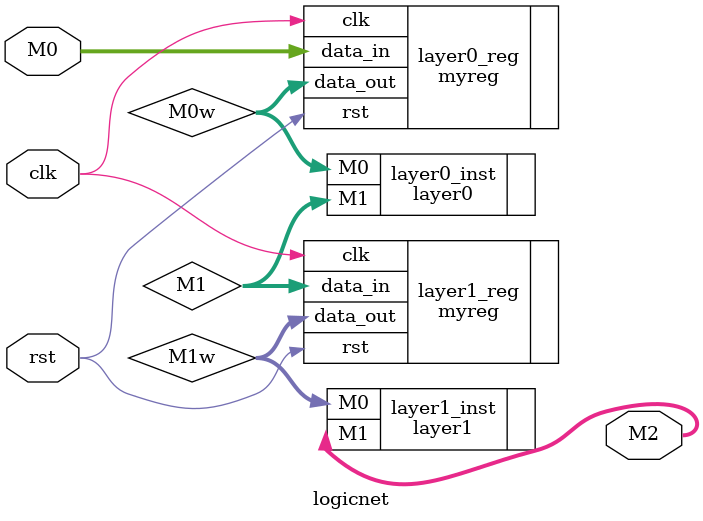
<source format=v>
module logicnet (input [127:0] M0, input clk, input rst, output[31:0] M2);
wire [127:0] M0w;
myreg #(.DataWidth(128)) layer0_reg (.data_in(M0), .clk(clk), .rst(rst), .data_out(M0w));
wire [63:0] M1;
layer0 layer0_inst (.M0(M0w), .M1(M1));
wire [63:0] M1w;
myreg #(.DataWidth(64)) layer1_reg (.data_in(M1), .clk(clk), .rst(rst), .data_out(M1w));
layer1 layer1_inst (.M0(M1w), .M1(M2));

endmodule

</source>
